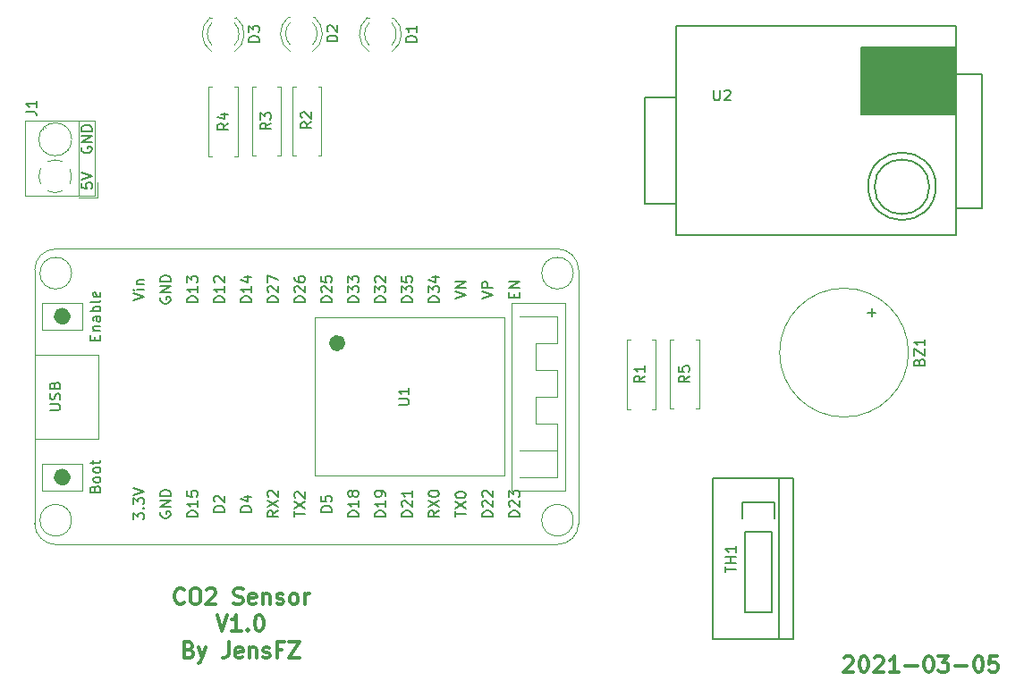
<source format=gbr>
%TF.GenerationSoftware,KiCad,Pcbnew,(5.1.9)-1*%
%TF.CreationDate,2021-03-06T00:16:47+01:00*%
%TF.ProjectId,CO2Sensor,434f3253-656e-4736-9f72-2e6b69636164,rev?*%
%TF.SameCoordinates,Original*%
%TF.FileFunction,Legend,Top*%
%TF.FilePolarity,Positive*%
%FSLAX46Y46*%
G04 Gerber Fmt 4.6, Leading zero omitted, Abs format (unit mm)*
G04 Created by KiCad (PCBNEW (5.1.9)-1) date 2021-03-06 00:16:47*
%MOMM*%
%LPD*%
G01*
G04 APERTURE LIST*
%ADD10C,0.300000*%
%ADD11C,0.150000*%
%ADD12C,0.120000*%
%ADD13C,1.000000*%
%ADD14C,0.800000*%
G04 APERTURE END LIST*
D10*
X151972285Y-124352928D02*
X152043714Y-124281500D01*
X152186571Y-124210071D01*
X152543714Y-124210071D01*
X152686571Y-124281500D01*
X152758000Y-124352928D01*
X152829428Y-124495785D01*
X152829428Y-124638642D01*
X152758000Y-124852928D01*
X151900857Y-125710071D01*
X152829428Y-125710071D01*
X153758000Y-124210071D02*
X153900857Y-124210071D01*
X154043714Y-124281500D01*
X154115142Y-124352928D01*
X154186571Y-124495785D01*
X154258000Y-124781500D01*
X154258000Y-125138642D01*
X154186571Y-125424357D01*
X154115142Y-125567214D01*
X154043714Y-125638642D01*
X153900857Y-125710071D01*
X153758000Y-125710071D01*
X153615142Y-125638642D01*
X153543714Y-125567214D01*
X153472285Y-125424357D01*
X153400857Y-125138642D01*
X153400857Y-124781500D01*
X153472285Y-124495785D01*
X153543714Y-124352928D01*
X153615142Y-124281500D01*
X153758000Y-124210071D01*
X154829428Y-124352928D02*
X154900857Y-124281500D01*
X155043714Y-124210071D01*
X155400857Y-124210071D01*
X155543714Y-124281500D01*
X155615142Y-124352928D01*
X155686571Y-124495785D01*
X155686571Y-124638642D01*
X155615142Y-124852928D01*
X154758000Y-125710071D01*
X155686571Y-125710071D01*
X157115142Y-125710071D02*
X156258000Y-125710071D01*
X156686571Y-125710071D02*
X156686571Y-124210071D01*
X156543714Y-124424357D01*
X156400857Y-124567214D01*
X156258000Y-124638642D01*
X157758000Y-125138642D02*
X158900857Y-125138642D01*
X159900857Y-124210071D02*
X160043714Y-124210071D01*
X160186571Y-124281500D01*
X160258000Y-124352928D01*
X160329428Y-124495785D01*
X160400857Y-124781500D01*
X160400857Y-125138642D01*
X160329428Y-125424357D01*
X160258000Y-125567214D01*
X160186571Y-125638642D01*
X160043714Y-125710071D01*
X159900857Y-125710071D01*
X159758000Y-125638642D01*
X159686571Y-125567214D01*
X159615142Y-125424357D01*
X159543714Y-125138642D01*
X159543714Y-124781500D01*
X159615142Y-124495785D01*
X159686571Y-124352928D01*
X159758000Y-124281500D01*
X159900857Y-124210071D01*
X160900857Y-124210071D02*
X161829428Y-124210071D01*
X161329428Y-124781500D01*
X161543714Y-124781500D01*
X161686571Y-124852928D01*
X161758000Y-124924357D01*
X161829428Y-125067214D01*
X161829428Y-125424357D01*
X161758000Y-125567214D01*
X161686571Y-125638642D01*
X161543714Y-125710071D01*
X161115142Y-125710071D01*
X160972285Y-125638642D01*
X160900857Y-125567214D01*
X162472285Y-125138642D02*
X163615142Y-125138642D01*
X164615142Y-124210071D02*
X164758000Y-124210071D01*
X164900857Y-124281500D01*
X164972285Y-124352928D01*
X165043714Y-124495785D01*
X165115142Y-124781500D01*
X165115142Y-125138642D01*
X165043714Y-125424357D01*
X164972285Y-125567214D01*
X164900857Y-125638642D01*
X164758000Y-125710071D01*
X164615142Y-125710071D01*
X164472285Y-125638642D01*
X164400857Y-125567214D01*
X164329428Y-125424357D01*
X164258000Y-125138642D01*
X164258000Y-124781500D01*
X164329428Y-124495785D01*
X164400857Y-124352928D01*
X164472285Y-124281500D01*
X164615142Y-124210071D01*
X166472285Y-124210071D02*
X165758000Y-124210071D01*
X165686571Y-124924357D01*
X165758000Y-124852928D01*
X165900857Y-124781500D01*
X166258000Y-124781500D01*
X166400857Y-124852928D01*
X166472285Y-124924357D01*
X166543714Y-125067214D01*
X166543714Y-125424357D01*
X166472285Y-125567214D01*
X166400857Y-125638642D01*
X166258000Y-125710071D01*
X165900857Y-125710071D01*
X165758000Y-125638642D01*
X165686571Y-125567214D01*
D11*
X79789400Y-75984004D02*
X79741780Y-76079242D01*
X79741780Y-76222100D01*
X79789400Y-76364957D01*
X79884638Y-76460195D01*
X79979876Y-76507814D01*
X80170352Y-76555433D01*
X80313209Y-76555433D01*
X80503685Y-76507814D01*
X80598923Y-76460195D01*
X80694161Y-76364957D01*
X80741780Y-76222100D01*
X80741780Y-76126861D01*
X80694161Y-75984004D01*
X80646542Y-75936385D01*
X80313209Y-75936385D01*
X80313209Y-76126861D01*
X80741780Y-75507814D02*
X79741780Y-75507814D01*
X80741780Y-74936385D01*
X79741780Y-74936385D01*
X80741780Y-74460195D02*
X79741780Y-74460195D01*
X79741780Y-74222100D01*
X79789400Y-74079242D01*
X79884638Y-73984004D01*
X79979876Y-73936385D01*
X80170352Y-73888766D01*
X80313209Y-73888766D01*
X80503685Y-73936385D01*
X80598923Y-73984004D01*
X80694161Y-74079242D01*
X80741780Y-74222100D01*
X80741780Y-74460195D01*
X79792580Y-79387676D02*
X79792580Y-79863866D01*
X80268771Y-79911485D01*
X80221152Y-79863866D01*
X80173533Y-79768628D01*
X80173533Y-79530533D01*
X80221152Y-79435295D01*
X80268771Y-79387676D01*
X80364009Y-79340057D01*
X80602104Y-79340057D01*
X80697342Y-79387676D01*
X80744961Y-79435295D01*
X80792580Y-79530533D01*
X80792580Y-79768628D01*
X80744961Y-79863866D01*
X80697342Y-79911485D01*
X79792580Y-79054342D02*
X80792580Y-78721009D01*
X79792580Y-78387676D01*
D10*
X89476142Y-119143714D02*
X89404714Y-119215142D01*
X89190428Y-119286571D01*
X89047571Y-119286571D01*
X88833285Y-119215142D01*
X88690428Y-119072285D01*
X88619000Y-118929428D01*
X88547571Y-118643714D01*
X88547571Y-118429428D01*
X88619000Y-118143714D01*
X88690428Y-118000857D01*
X88833285Y-117858000D01*
X89047571Y-117786571D01*
X89190428Y-117786571D01*
X89404714Y-117858000D01*
X89476142Y-117929428D01*
X90404714Y-117786571D02*
X90690428Y-117786571D01*
X90833285Y-117858000D01*
X90976142Y-118000857D01*
X91047571Y-118286571D01*
X91047571Y-118786571D01*
X90976142Y-119072285D01*
X90833285Y-119215142D01*
X90690428Y-119286571D01*
X90404714Y-119286571D01*
X90261857Y-119215142D01*
X90119000Y-119072285D01*
X90047571Y-118786571D01*
X90047571Y-118286571D01*
X90119000Y-118000857D01*
X90261857Y-117858000D01*
X90404714Y-117786571D01*
X91619000Y-117929428D02*
X91690428Y-117858000D01*
X91833285Y-117786571D01*
X92190428Y-117786571D01*
X92333285Y-117858000D01*
X92404714Y-117929428D01*
X92476142Y-118072285D01*
X92476142Y-118215142D01*
X92404714Y-118429428D01*
X91547571Y-119286571D01*
X92476142Y-119286571D01*
X94190428Y-119215142D02*
X94404714Y-119286571D01*
X94761857Y-119286571D01*
X94904714Y-119215142D01*
X94976142Y-119143714D01*
X95047571Y-119000857D01*
X95047571Y-118858000D01*
X94976142Y-118715142D01*
X94904714Y-118643714D01*
X94761857Y-118572285D01*
X94476142Y-118500857D01*
X94333285Y-118429428D01*
X94261857Y-118358000D01*
X94190428Y-118215142D01*
X94190428Y-118072285D01*
X94261857Y-117929428D01*
X94333285Y-117858000D01*
X94476142Y-117786571D01*
X94833285Y-117786571D01*
X95047571Y-117858000D01*
X96261857Y-119215142D02*
X96119000Y-119286571D01*
X95833285Y-119286571D01*
X95690428Y-119215142D01*
X95619000Y-119072285D01*
X95619000Y-118500857D01*
X95690428Y-118358000D01*
X95833285Y-118286571D01*
X96119000Y-118286571D01*
X96261857Y-118358000D01*
X96333285Y-118500857D01*
X96333285Y-118643714D01*
X95619000Y-118786571D01*
X96976142Y-118286571D02*
X96976142Y-119286571D01*
X96976142Y-118429428D02*
X97047571Y-118358000D01*
X97190428Y-118286571D01*
X97404714Y-118286571D01*
X97547571Y-118358000D01*
X97619000Y-118500857D01*
X97619000Y-119286571D01*
X98261857Y-119215142D02*
X98404714Y-119286571D01*
X98690428Y-119286571D01*
X98833285Y-119215142D01*
X98904714Y-119072285D01*
X98904714Y-119000857D01*
X98833285Y-118858000D01*
X98690428Y-118786571D01*
X98476142Y-118786571D01*
X98333285Y-118715142D01*
X98261857Y-118572285D01*
X98261857Y-118500857D01*
X98333285Y-118358000D01*
X98476142Y-118286571D01*
X98690428Y-118286571D01*
X98833285Y-118358000D01*
X99761857Y-119286571D02*
X99619000Y-119215142D01*
X99547571Y-119143714D01*
X99476142Y-119000857D01*
X99476142Y-118572285D01*
X99547571Y-118429428D01*
X99619000Y-118358000D01*
X99761857Y-118286571D01*
X99976142Y-118286571D01*
X100119000Y-118358000D01*
X100190428Y-118429428D01*
X100261857Y-118572285D01*
X100261857Y-119000857D01*
X100190428Y-119143714D01*
X100119000Y-119215142D01*
X99976142Y-119286571D01*
X99761857Y-119286571D01*
X100904714Y-119286571D02*
X100904714Y-118286571D01*
X100904714Y-118572285D02*
X100976142Y-118429428D01*
X101047571Y-118358000D01*
X101190428Y-118286571D01*
X101333285Y-118286571D01*
X92583285Y-120336571D02*
X93083285Y-121836571D01*
X93583285Y-120336571D01*
X94869000Y-121836571D02*
X94011857Y-121836571D01*
X94440428Y-121836571D02*
X94440428Y-120336571D01*
X94297571Y-120550857D01*
X94154714Y-120693714D01*
X94011857Y-120765142D01*
X95511857Y-121693714D02*
X95583285Y-121765142D01*
X95511857Y-121836571D01*
X95440428Y-121765142D01*
X95511857Y-121693714D01*
X95511857Y-121836571D01*
X96511857Y-120336571D02*
X96654714Y-120336571D01*
X96797571Y-120408000D01*
X96869000Y-120479428D01*
X96940428Y-120622285D01*
X97011857Y-120908000D01*
X97011857Y-121265142D01*
X96940428Y-121550857D01*
X96869000Y-121693714D01*
X96797571Y-121765142D01*
X96654714Y-121836571D01*
X96511857Y-121836571D01*
X96369000Y-121765142D01*
X96297571Y-121693714D01*
X96226142Y-121550857D01*
X96154714Y-121265142D01*
X96154714Y-120908000D01*
X96226142Y-120622285D01*
X96297571Y-120479428D01*
X96369000Y-120408000D01*
X96511857Y-120336571D01*
X89976142Y-123600857D02*
X90190428Y-123672285D01*
X90261857Y-123743714D01*
X90333285Y-123886571D01*
X90333285Y-124100857D01*
X90261857Y-124243714D01*
X90190428Y-124315142D01*
X90047571Y-124386571D01*
X89476142Y-124386571D01*
X89476142Y-122886571D01*
X89976142Y-122886571D01*
X90119000Y-122958000D01*
X90190428Y-123029428D01*
X90261857Y-123172285D01*
X90261857Y-123315142D01*
X90190428Y-123458000D01*
X90119000Y-123529428D01*
X89976142Y-123600857D01*
X89476142Y-123600857D01*
X90833285Y-123386571D02*
X91190428Y-124386571D01*
X91547571Y-123386571D02*
X91190428Y-124386571D01*
X91047571Y-124743714D01*
X90976142Y-124815142D01*
X90833285Y-124886571D01*
X93690428Y-122886571D02*
X93690428Y-123958000D01*
X93619000Y-124172285D01*
X93476142Y-124315142D01*
X93261857Y-124386571D01*
X93119000Y-124386571D01*
X94976142Y-124315142D02*
X94833285Y-124386571D01*
X94547571Y-124386571D01*
X94404714Y-124315142D01*
X94333285Y-124172285D01*
X94333285Y-123600857D01*
X94404714Y-123458000D01*
X94547571Y-123386571D01*
X94833285Y-123386571D01*
X94976142Y-123458000D01*
X95047571Y-123600857D01*
X95047571Y-123743714D01*
X94333285Y-123886571D01*
X95690428Y-123386571D02*
X95690428Y-124386571D01*
X95690428Y-123529428D02*
X95761857Y-123458000D01*
X95904714Y-123386571D01*
X96119000Y-123386571D01*
X96261857Y-123458000D01*
X96333285Y-123600857D01*
X96333285Y-124386571D01*
X96976142Y-124315142D02*
X97119000Y-124386571D01*
X97404714Y-124386571D01*
X97547571Y-124315142D01*
X97619000Y-124172285D01*
X97619000Y-124100857D01*
X97547571Y-123958000D01*
X97404714Y-123886571D01*
X97190428Y-123886571D01*
X97047571Y-123815142D01*
X96976142Y-123672285D01*
X96976142Y-123600857D01*
X97047571Y-123458000D01*
X97190428Y-123386571D01*
X97404714Y-123386571D01*
X97547571Y-123458000D01*
X98761857Y-123600857D02*
X98261857Y-123600857D01*
X98261857Y-124386571D02*
X98261857Y-122886571D01*
X98976142Y-122886571D01*
X99404714Y-122886571D02*
X100404714Y-122886571D01*
X99404714Y-124386571D01*
X100404714Y-124386571D01*
D12*
%TO.C,R2*%
X100077400Y-76777600D02*
X99747400Y-76777600D01*
X99747400Y-76777600D02*
X99747400Y-70237600D01*
X99747400Y-70237600D02*
X100077400Y-70237600D01*
X102157400Y-76777600D02*
X102487400Y-76777600D01*
X102487400Y-76777600D02*
X102487400Y-70237600D01*
X102487400Y-70237600D02*
X102157400Y-70237600D01*
%TO.C,D1*%
X109300300Y-63718000D02*
X109144300Y-63718000D01*
X106984300Y-63718000D02*
X106828300Y-63718000D01*
X109142908Y-66950335D02*
G75*
G03*
X109299816Y-63718000I-1078608J1672335D01*
G01*
X106985692Y-66950335D02*
G75*
G02*
X106828784Y-63718000I1078608J1672335D01*
G01*
X109144137Y-66319130D02*
G75*
G03*
X109144300Y-64237039I-1079837J1041130D01*
G01*
X106984463Y-66319130D02*
G75*
G02*
X106984300Y-64237039I1079837J1041130D01*
G01*
%TO.C,D2*%
X99504000Y-63679900D02*
X99348000Y-63679900D01*
X101820000Y-63679900D02*
X101664000Y-63679900D01*
X99504163Y-66281030D02*
G75*
G02*
X99504000Y-64198939I1079837J1041130D01*
G01*
X101663837Y-66281030D02*
G75*
G03*
X101664000Y-64198939I-1079837J1041130D01*
G01*
X99505392Y-66912235D02*
G75*
G02*
X99348484Y-63679900I1078608J1672335D01*
G01*
X101662608Y-66912235D02*
G75*
G03*
X101819516Y-63679900I-1078608J1672335D01*
G01*
%TO.C,D3*%
X94415900Y-63718000D02*
X94259900Y-63718000D01*
X92099900Y-63718000D02*
X91943900Y-63718000D01*
X94258508Y-66950335D02*
G75*
G03*
X94415416Y-63718000I-1078608J1672335D01*
G01*
X92101292Y-66950335D02*
G75*
G02*
X91944384Y-63718000I1078608J1672335D01*
G01*
X94259737Y-66319130D02*
G75*
G03*
X94259900Y-64237039I-1079837J1041130D01*
G01*
X92100063Y-66319130D02*
G75*
G02*
X92099900Y-64237039I1079837J1041130D01*
G01*
%TO.C,R4*%
X92127200Y-76841100D02*
X91797200Y-76841100D01*
X91797200Y-76841100D02*
X91797200Y-70301100D01*
X91797200Y-70301100D02*
X92127200Y-70301100D01*
X94207200Y-76841100D02*
X94537200Y-76841100D01*
X94537200Y-76841100D02*
X94537200Y-70301100D01*
X94537200Y-70301100D02*
X94207200Y-70301100D01*
%TO.C,R3*%
X98652000Y-70237600D02*
X98322000Y-70237600D01*
X98652000Y-76777600D02*
X98652000Y-70237600D01*
X98322000Y-76777600D02*
X98652000Y-76777600D01*
X95912000Y-70237600D02*
X96242000Y-70237600D01*
X95912000Y-76777600D02*
X95912000Y-70237600D01*
X96242000Y-76777600D02*
X95912000Y-76777600D01*
%TO.C,J1*%
X81279500Y-80802700D02*
X81279500Y-79302700D01*
X79539500Y-80802700D02*
X81279500Y-80802700D01*
X78193500Y-76355700D02*
X78269500Y-76431700D01*
X76099500Y-74262700D02*
X76153500Y-74316700D01*
X78404500Y-76187700D02*
X78459500Y-76241700D01*
X76289500Y-74072700D02*
X76365500Y-74148700D01*
X74419500Y-73442700D02*
X81039500Y-73442700D01*
X74419500Y-80562700D02*
X81039500Y-80562700D01*
X81039500Y-80562700D02*
X81039500Y-73442700D01*
X74419500Y-80562700D02*
X74419500Y-73442700D01*
X79479500Y-80562700D02*
X79479500Y-73442700D01*
X78834500Y-75252700D02*
G75*
G03*
X78834500Y-75252700I-1555000J0D01*
G01*
X78665015Y-78046745D02*
G75*
G02*
X78834500Y-78752700I-1385515J-705955D01*
G01*
X76573767Y-77366055D02*
G75*
G02*
X77986500Y-77366700I705733J-1386645D01*
G01*
X75892855Y-79458433D02*
G75*
G02*
X75893500Y-78045700I1386645J705733D01*
G01*
X77985233Y-80139345D02*
G75*
G02*
X76572500Y-80138700I-705733J1386645D01*
G01*
X78835181Y-78726256D02*
G75*
G02*
X78665500Y-79459700I-1555681J-26444D01*
G01*
D11*
%TO.C,U2*%
X162566500Y-64548000D02*
X136016500Y-64548000D01*
X165036500Y-81788000D02*
X162561500Y-81788000D01*
X165041500Y-69088000D02*
X165041500Y-81788000D01*
X162496500Y-69088000D02*
X165036500Y-69088000D01*
X136016500Y-71298000D02*
X133116500Y-71298000D01*
X133116500Y-71298000D02*
X133116500Y-81348000D01*
X133116500Y-81348000D02*
X136016500Y-81348000D01*
X136016500Y-64548000D02*
X136016500Y-84298000D01*
X136016500Y-84298000D02*
X162566500Y-84298000D01*
X160643062Y-79698000D02*
G75*
G03*
X160643062Y-79698000I-3201562J0D01*
G01*
X160030189Y-79748000D02*
G75*
G03*
X160030189Y-79748000I-2594345J0D01*
G01*
G36*
X153606500Y-66548000D02*
G01*
X153606500Y-72898000D01*
X162496500Y-72898000D01*
X162496500Y-66548000D01*
X153606500Y-66548000D01*
G37*
X153606500Y-66548000D02*
X153606500Y-72898000D01*
X162496500Y-72898000D01*
X162496500Y-66548000D01*
X153606500Y-66548000D01*
X162566500Y-64548000D02*
X162566500Y-84298000D01*
D13*
%TO.C,U1*%
X78234700Y-107251500D02*
G75*
G03*
X78234700Y-107251500I-300000J0D01*
G01*
X78234700Y-92011500D02*
G75*
G03*
X78234700Y-92011500I-300000J0D01*
G01*
D12*
X79839700Y-93281500D02*
X76029700Y-93281500D01*
X79839700Y-90741500D02*
X79839700Y-93281500D01*
X76029700Y-90741500D02*
X79839700Y-90741500D01*
X76029700Y-93281500D02*
X76029700Y-90741500D01*
X76029700Y-105981500D02*
X79839700Y-105981500D01*
X76029700Y-108521500D02*
X76029700Y-105981500D01*
X79839700Y-108521500D02*
X76029700Y-108521500D01*
X79839700Y-105981500D02*
X79839700Y-108521500D01*
D14*
X104369700Y-94551500D02*
G75*
G03*
X104369700Y-94551500I-400000J0D01*
G01*
D12*
X101829700Y-92131500D02*
X119829700Y-92131500D01*
X101829700Y-107131500D02*
X101829700Y-92131500D01*
X119829700Y-107131500D02*
X101829700Y-107131500D01*
X119829700Y-92131500D02*
X119829700Y-107131500D01*
X124797700Y-104711500D02*
X121241700Y-104711500D01*
X124797700Y-107251500D02*
X121241700Y-107251500D01*
X124797700Y-102171500D02*
X124797700Y-107251500D01*
X122765700Y-102171500D02*
X124797700Y-102171500D01*
X122765700Y-99631500D02*
X122765700Y-102171500D01*
X124797700Y-99631500D02*
X122765700Y-99631500D01*
X124797700Y-97091500D02*
X124797700Y-99631500D01*
X122765700Y-97091500D02*
X124797700Y-97091500D01*
X122765700Y-94551500D02*
X122765700Y-97091500D01*
X124797700Y-94551500D02*
X122765700Y-94551500D01*
X124797700Y-92011500D02*
X124797700Y-94551500D01*
X121241700Y-92011500D02*
X124797700Y-92011500D01*
X120479700Y-90741500D02*
X125559700Y-90741500D01*
X120479700Y-108521500D02*
X120479700Y-90741500D01*
X125559700Y-108521500D02*
X120479700Y-108521500D01*
X125559700Y-90741500D02*
X125559700Y-108521500D01*
X81329700Y-95631500D02*
X81329700Y-103631500D01*
X81329700Y-103631500D02*
X75329700Y-103631500D01*
X81329700Y-95631500D02*
X75329700Y-95631500D01*
X78829700Y-111331500D02*
G75*
G03*
X78829700Y-111331500I-1500000J0D01*
G01*
X78829700Y-87931500D02*
G75*
G03*
X78829700Y-87931500I-1500000J0D01*
G01*
X126829700Y-87631500D02*
X126829700Y-111631500D01*
X75329700Y-87631500D02*
X75329700Y-111631500D01*
X124829700Y-85631500D02*
X77329700Y-85631500D01*
X77329700Y-113631500D02*
X124829700Y-113631500D01*
X126329700Y-111331500D02*
G75*
G03*
X126329700Y-111331500I-1500000J0D01*
G01*
X126329700Y-87931500D02*
G75*
G03*
X126329700Y-87931500I-1500000J0D01*
G01*
X126829700Y-111631500D02*
G75*
G02*
X124829700Y-113631500I-2000000J0D01*
G01*
X124829700Y-85631500D02*
G75*
G02*
X126829700Y-87631500I0J-2000000D01*
G01*
X75329700Y-87631500D02*
G75*
G02*
X77329700Y-85631500I2000000J0D01*
G01*
X77329700Y-113631500D02*
G75*
G02*
X75329700Y-111631500I0J2000000D01*
G01*
D11*
%TO.C,TH1*%
X142557500Y-112445800D02*
X145097500Y-112445800D01*
X142557500Y-120065800D02*
X142557500Y-112445800D01*
X145097500Y-120065800D02*
X142557500Y-120065800D01*
X145097500Y-112445800D02*
X145097500Y-120065800D01*
X142303500Y-109651800D02*
X142303500Y-111175800D01*
X145351500Y-109651800D02*
X142303500Y-109651800D01*
X145351500Y-111175800D02*
X145351500Y-109651800D01*
X139527500Y-107365800D02*
X139527500Y-122605800D01*
X147127500Y-107365800D02*
X139527500Y-107365800D01*
X147127500Y-122605800D02*
X139527500Y-122605800D01*
X147127500Y-107365800D02*
X147127500Y-122605800D01*
X145827500Y-107365800D02*
X145827500Y-122605800D01*
D12*
%TO.C,R1*%
X131725800Y-100793300D02*
X131395800Y-100793300D01*
X131395800Y-100793300D02*
X131395800Y-94253300D01*
X131395800Y-94253300D02*
X131725800Y-94253300D01*
X133805800Y-100793300D02*
X134135800Y-100793300D01*
X134135800Y-100793300D02*
X134135800Y-94253300D01*
X134135800Y-94253300D02*
X133805800Y-94253300D01*
%TO.C,BZ1*%
X158055500Y-95455900D02*
G75*
G03*
X158055500Y-95455900I-6100000J0D01*
G01*
%TO.C,R5*%
X135497900Y-100742500D02*
X135827900Y-100742500D01*
X135497900Y-94202500D02*
X135497900Y-100742500D01*
X135827900Y-94202500D02*
X135497900Y-94202500D01*
X138237900Y-100742500D02*
X137907900Y-100742500D01*
X138237900Y-94202500D02*
X138237900Y-100742500D01*
X137907900Y-94202500D02*
X138237900Y-94202500D01*
%TO.C,R2*%
D11*
X101531680Y-73610766D02*
X101055490Y-73944100D01*
X101531680Y-74182195D02*
X100531680Y-74182195D01*
X100531680Y-73801242D01*
X100579300Y-73706004D01*
X100626919Y-73658385D01*
X100722157Y-73610766D01*
X100865014Y-73610766D01*
X100960252Y-73658385D01*
X101007871Y-73706004D01*
X101055490Y-73801242D01*
X101055490Y-74182195D01*
X100626919Y-73229814D02*
X100579300Y-73182195D01*
X100531680Y-73086957D01*
X100531680Y-72848861D01*
X100579300Y-72753623D01*
X100626919Y-72706004D01*
X100722157Y-72658385D01*
X100817395Y-72658385D01*
X100960252Y-72706004D01*
X101531680Y-73277433D01*
X101531680Y-72658385D01*
%TO.C,D1*%
X111476680Y-66016095D02*
X110476680Y-66016095D01*
X110476680Y-65778000D01*
X110524300Y-65635142D01*
X110619538Y-65539904D01*
X110714776Y-65492285D01*
X110905252Y-65444666D01*
X111048109Y-65444666D01*
X111238585Y-65492285D01*
X111333823Y-65539904D01*
X111429061Y-65635142D01*
X111476680Y-65778000D01*
X111476680Y-66016095D01*
X111476680Y-64492285D02*
X111476680Y-65063714D01*
X111476680Y-64778000D02*
X110476680Y-64778000D01*
X110619538Y-64873238D01*
X110714776Y-64968476D01*
X110762395Y-65063714D01*
%TO.C,D2*%
X103996380Y-65977995D02*
X102996380Y-65977995D01*
X102996380Y-65739900D01*
X103044000Y-65597042D01*
X103139238Y-65501804D01*
X103234476Y-65454185D01*
X103424952Y-65406566D01*
X103567809Y-65406566D01*
X103758285Y-65454185D01*
X103853523Y-65501804D01*
X103948761Y-65597042D01*
X103996380Y-65739900D01*
X103996380Y-65977995D01*
X103091619Y-65025614D02*
X103044000Y-64977995D01*
X102996380Y-64882757D01*
X102996380Y-64644661D01*
X103044000Y-64549423D01*
X103091619Y-64501804D01*
X103186857Y-64454185D01*
X103282095Y-64454185D01*
X103424952Y-64501804D01*
X103996380Y-65073233D01*
X103996380Y-64454185D01*
%TO.C,D3*%
X96592280Y-66016095D02*
X95592280Y-66016095D01*
X95592280Y-65778000D01*
X95639900Y-65635142D01*
X95735138Y-65539904D01*
X95830376Y-65492285D01*
X96020852Y-65444666D01*
X96163709Y-65444666D01*
X96354185Y-65492285D01*
X96449423Y-65539904D01*
X96544661Y-65635142D01*
X96592280Y-65778000D01*
X96592280Y-66016095D01*
X95592280Y-65111333D02*
X95592280Y-64492285D01*
X95973233Y-64825619D01*
X95973233Y-64682761D01*
X96020852Y-64587523D01*
X96068471Y-64539904D01*
X96163709Y-64492285D01*
X96401804Y-64492285D01*
X96497042Y-64539904D01*
X96544661Y-64587523D01*
X96592280Y-64682761D01*
X96592280Y-64968476D01*
X96544661Y-65063714D01*
X96497042Y-65111333D01*
%TO.C,R4*%
X93657680Y-73737766D02*
X93181490Y-74071100D01*
X93657680Y-74309195D02*
X92657680Y-74309195D01*
X92657680Y-73928242D01*
X92705300Y-73833004D01*
X92752919Y-73785385D01*
X92848157Y-73737766D01*
X92991014Y-73737766D01*
X93086252Y-73785385D01*
X93133871Y-73833004D01*
X93181490Y-73928242D01*
X93181490Y-74309195D01*
X92991014Y-72880623D02*
X93657680Y-72880623D01*
X92610061Y-73118719D02*
X93324347Y-73356814D01*
X93324347Y-72737766D01*
%TO.C,R3*%
X97708980Y-73699666D02*
X97232790Y-74033000D01*
X97708980Y-74271095D02*
X96708980Y-74271095D01*
X96708980Y-73890142D01*
X96756600Y-73794904D01*
X96804219Y-73747285D01*
X96899457Y-73699666D01*
X97042314Y-73699666D01*
X97137552Y-73747285D01*
X97185171Y-73794904D01*
X97232790Y-73890142D01*
X97232790Y-74271095D01*
X96708980Y-73366333D02*
X96708980Y-72747285D01*
X97089933Y-73080619D01*
X97089933Y-72937761D01*
X97137552Y-72842523D01*
X97185171Y-72794904D01*
X97280409Y-72747285D01*
X97518504Y-72747285D01*
X97613742Y-72794904D01*
X97661361Y-72842523D01*
X97708980Y-72937761D01*
X97708980Y-73223476D01*
X97661361Y-73318714D01*
X97613742Y-73366333D01*
%TO.C,J1*%
X74522080Y-72621733D02*
X75236366Y-72621733D01*
X75379223Y-72669352D01*
X75474461Y-72764590D01*
X75522080Y-72907447D01*
X75522080Y-73002685D01*
X75522080Y-71621733D02*
X75522080Y-72193161D01*
X75522080Y-71907447D02*
X74522080Y-71907447D01*
X74664938Y-72002685D01*
X74760176Y-72097923D01*
X74807795Y-72193161D01*
%TO.C,U2*%
X139636595Y-70572380D02*
X139636595Y-71381904D01*
X139684214Y-71477142D01*
X139731833Y-71524761D01*
X139827071Y-71572380D01*
X140017547Y-71572380D01*
X140112785Y-71524761D01*
X140160404Y-71477142D01*
X140208023Y-71381904D01*
X140208023Y-70572380D01*
X140636595Y-70667619D02*
X140684214Y-70620000D01*
X140779452Y-70572380D01*
X141017547Y-70572380D01*
X141112785Y-70620000D01*
X141160404Y-70667619D01*
X141208023Y-70762857D01*
X141208023Y-70858095D01*
X141160404Y-71000952D01*
X140588976Y-71572380D01*
X141208023Y-71572380D01*
%TO.C,U1*%
X109772080Y-100393404D02*
X110581604Y-100393404D01*
X110676842Y-100345785D01*
X110724461Y-100298166D01*
X110772080Y-100202928D01*
X110772080Y-100012452D01*
X110724461Y-99917214D01*
X110676842Y-99869595D01*
X110581604Y-99821976D01*
X109772080Y-99821976D01*
X110772080Y-98821976D02*
X110772080Y-99393404D01*
X110772080Y-99107690D02*
X109772080Y-99107690D01*
X109914938Y-99202928D01*
X110010176Y-99298166D01*
X110057795Y-99393404D01*
X76752080Y-100893404D02*
X77561604Y-100893404D01*
X77656842Y-100845785D01*
X77704461Y-100798166D01*
X77752080Y-100702928D01*
X77752080Y-100512452D01*
X77704461Y-100417214D01*
X77656842Y-100369595D01*
X77561604Y-100321976D01*
X76752080Y-100321976D01*
X77704461Y-99893404D02*
X77752080Y-99750547D01*
X77752080Y-99512452D01*
X77704461Y-99417214D01*
X77656842Y-99369595D01*
X77561604Y-99321976D01*
X77466366Y-99321976D01*
X77371128Y-99369595D01*
X77323509Y-99417214D01*
X77275890Y-99512452D01*
X77228271Y-99702928D01*
X77180652Y-99798166D01*
X77133033Y-99845785D01*
X77037795Y-99893404D01*
X76942557Y-99893404D01*
X76847319Y-99845785D01*
X76799700Y-99798166D01*
X76752080Y-99702928D01*
X76752080Y-99464833D01*
X76799700Y-99321976D01*
X77228271Y-98560071D02*
X77275890Y-98417214D01*
X77323509Y-98369595D01*
X77418747Y-98321976D01*
X77561604Y-98321976D01*
X77656842Y-98369595D01*
X77704461Y-98417214D01*
X77752080Y-98512452D01*
X77752080Y-98893404D01*
X76752080Y-98893404D01*
X76752080Y-98560071D01*
X76799700Y-98464833D01*
X76847319Y-98417214D01*
X76942557Y-98369595D01*
X77037795Y-98369595D01*
X77133033Y-98417214D01*
X77180652Y-98464833D01*
X77228271Y-98560071D01*
X77228271Y-98893404D01*
X81038271Y-108370547D02*
X81085890Y-108227690D01*
X81133509Y-108180071D01*
X81228747Y-108132452D01*
X81371604Y-108132452D01*
X81466842Y-108180071D01*
X81514461Y-108227690D01*
X81562080Y-108322928D01*
X81562080Y-108703880D01*
X80562080Y-108703880D01*
X80562080Y-108370547D01*
X80609700Y-108275309D01*
X80657319Y-108227690D01*
X80752557Y-108180071D01*
X80847795Y-108180071D01*
X80943033Y-108227690D01*
X80990652Y-108275309D01*
X81038271Y-108370547D01*
X81038271Y-108703880D01*
X81562080Y-107561023D02*
X81514461Y-107656261D01*
X81466842Y-107703880D01*
X81371604Y-107751500D01*
X81085890Y-107751500D01*
X80990652Y-107703880D01*
X80943033Y-107656261D01*
X80895414Y-107561023D01*
X80895414Y-107418166D01*
X80943033Y-107322928D01*
X80990652Y-107275309D01*
X81085890Y-107227690D01*
X81371604Y-107227690D01*
X81466842Y-107275309D01*
X81514461Y-107322928D01*
X81562080Y-107418166D01*
X81562080Y-107561023D01*
X81562080Y-106656261D02*
X81514461Y-106751500D01*
X81466842Y-106799119D01*
X81371604Y-106846738D01*
X81085890Y-106846738D01*
X80990652Y-106799119D01*
X80943033Y-106751500D01*
X80895414Y-106656261D01*
X80895414Y-106513404D01*
X80943033Y-106418166D01*
X80990652Y-106370547D01*
X81085890Y-106322928D01*
X81371604Y-106322928D01*
X81466842Y-106370547D01*
X81514461Y-106418166D01*
X81562080Y-106513404D01*
X81562080Y-106656261D01*
X80895414Y-106037214D02*
X80895414Y-105656261D01*
X80562080Y-105894357D02*
X81419223Y-105894357D01*
X81514461Y-105846738D01*
X81562080Y-105751500D01*
X81562080Y-105656261D01*
X81038271Y-94273404D02*
X81038271Y-93940071D01*
X81562080Y-93797214D02*
X81562080Y-94273404D01*
X80562080Y-94273404D01*
X80562080Y-93797214D01*
X80895414Y-93368642D02*
X81562080Y-93368642D01*
X80990652Y-93368642D02*
X80943033Y-93321023D01*
X80895414Y-93225785D01*
X80895414Y-93082928D01*
X80943033Y-92987690D01*
X81038271Y-92940071D01*
X81562080Y-92940071D01*
X81562080Y-92035309D02*
X81038271Y-92035309D01*
X80943033Y-92082928D01*
X80895414Y-92178166D01*
X80895414Y-92368642D01*
X80943033Y-92463880D01*
X81514461Y-92035309D02*
X81562080Y-92130547D01*
X81562080Y-92368642D01*
X81514461Y-92463880D01*
X81419223Y-92511500D01*
X81323985Y-92511500D01*
X81228747Y-92463880D01*
X81181128Y-92368642D01*
X81181128Y-92130547D01*
X81133509Y-92035309D01*
X81562080Y-91559119D02*
X80562080Y-91559119D01*
X80943033Y-91559119D02*
X80895414Y-91463880D01*
X80895414Y-91273404D01*
X80943033Y-91178166D01*
X80990652Y-91130547D01*
X81085890Y-91082928D01*
X81371604Y-91082928D01*
X81466842Y-91130547D01*
X81514461Y-91178166D01*
X81562080Y-91273404D01*
X81562080Y-91463880D01*
X81514461Y-91559119D01*
X81562080Y-90511500D02*
X81514461Y-90606738D01*
X81419223Y-90654357D01*
X80562080Y-90654357D01*
X81514461Y-89749595D02*
X81562080Y-89844833D01*
X81562080Y-90035309D01*
X81514461Y-90130547D01*
X81419223Y-90178166D01*
X81038271Y-90178166D01*
X80943033Y-90130547D01*
X80895414Y-90035309D01*
X80895414Y-89844833D01*
X80943033Y-89749595D01*
X81038271Y-89701976D01*
X81133509Y-89701976D01*
X81228747Y-90178166D01*
X84682080Y-111267690D02*
X84682080Y-110648642D01*
X85063033Y-110981976D01*
X85063033Y-110839119D01*
X85110652Y-110743880D01*
X85158271Y-110696261D01*
X85253509Y-110648642D01*
X85491604Y-110648642D01*
X85586842Y-110696261D01*
X85634461Y-110743880D01*
X85682080Y-110839119D01*
X85682080Y-111124833D01*
X85634461Y-111220071D01*
X85586842Y-111267690D01*
X85586842Y-110220071D02*
X85634461Y-110172452D01*
X85682080Y-110220071D01*
X85634461Y-110267690D01*
X85586842Y-110220071D01*
X85682080Y-110220071D01*
X84682080Y-109839119D02*
X84682080Y-109220071D01*
X85063033Y-109553404D01*
X85063033Y-109410547D01*
X85110652Y-109315309D01*
X85158271Y-109267690D01*
X85253509Y-109220071D01*
X85491604Y-109220071D01*
X85586842Y-109267690D01*
X85634461Y-109315309D01*
X85682080Y-109410547D01*
X85682080Y-109696261D01*
X85634461Y-109791500D01*
X85586842Y-109839119D01*
X84682080Y-108934357D02*
X85682080Y-108601023D01*
X84682080Y-108267690D01*
X87269700Y-110553404D02*
X87222080Y-110648642D01*
X87222080Y-110791500D01*
X87269700Y-110934357D01*
X87364938Y-111029595D01*
X87460176Y-111077214D01*
X87650652Y-111124833D01*
X87793509Y-111124833D01*
X87983985Y-111077214D01*
X88079223Y-111029595D01*
X88174461Y-110934357D01*
X88222080Y-110791500D01*
X88222080Y-110696261D01*
X88174461Y-110553404D01*
X88126842Y-110505785D01*
X87793509Y-110505785D01*
X87793509Y-110696261D01*
X88222080Y-110077214D02*
X87222080Y-110077214D01*
X88222080Y-109505785D01*
X87222080Y-109505785D01*
X88222080Y-109029595D02*
X87222080Y-109029595D01*
X87222080Y-108791500D01*
X87269700Y-108648642D01*
X87364938Y-108553404D01*
X87460176Y-108505785D01*
X87650652Y-108458166D01*
X87793509Y-108458166D01*
X87983985Y-108505785D01*
X88079223Y-108553404D01*
X88174461Y-108648642D01*
X88222080Y-108791500D01*
X88222080Y-109029595D01*
X90762080Y-111005785D02*
X89762080Y-111005785D01*
X89762080Y-110767690D01*
X89809700Y-110624833D01*
X89904938Y-110529595D01*
X90000176Y-110481976D01*
X90190652Y-110434357D01*
X90333509Y-110434357D01*
X90523985Y-110481976D01*
X90619223Y-110529595D01*
X90714461Y-110624833D01*
X90762080Y-110767690D01*
X90762080Y-111005785D01*
X90762080Y-109481976D02*
X90762080Y-110053404D01*
X90762080Y-109767690D02*
X89762080Y-109767690D01*
X89904938Y-109862928D01*
X90000176Y-109958166D01*
X90047795Y-110053404D01*
X89762080Y-108577214D02*
X89762080Y-109053404D01*
X90238271Y-109101023D01*
X90190652Y-109053404D01*
X90143033Y-108958166D01*
X90143033Y-108720071D01*
X90190652Y-108624833D01*
X90238271Y-108577214D01*
X90333509Y-108529595D01*
X90571604Y-108529595D01*
X90666842Y-108577214D01*
X90714461Y-108624833D01*
X90762080Y-108720071D01*
X90762080Y-108958166D01*
X90714461Y-109053404D01*
X90666842Y-109101023D01*
X93302080Y-110529595D02*
X92302080Y-110529595D01*
X92302080Y-110291500D01*
X92349700Y-110148642D01*
X92444938Y-110053404D01*
X92540176Y-110005785D01*
X92730652Y-109958166D01*
X92873509Y-109958166D01*
X93063985Y-110005785D01*
X93159223Y-110053404D01*
X93254461Y-110148642D01*
X93302080Y-110291500D01*
X93302080Y-110529595D01*
X92397319Y-109577214D02*
X92349700Y-109529595D01*
X92302080Y-109434357D01*
X92302080Y-109196261D01*
X92349700Y-109101023D01*
X92397319Y-109053404D01*
X92492557Y-109005785D01*
X92587795Y-109005785D01*
X92730652Y-109053404D01*
X93302080Y-109624833D01*
X93302080Y-109005785D01*
X95842080Y-110529595D02*
X94842080Y-110529595D01*
X94842080Y-110291500D01*
X94889700Y-110148642D01*
X94984938Y-110053404D01*
X95080176Y-110005785D01*
X95270652Y-109958166D01*
X95413509Y-109958166D01*
X95603985Y-110005785D01*
X95699223Y-110053404D01*
X95794461Y-110148642D01*
X95842080Y-110291500D01*
X95842080Y-110529595D01*
X95175414Y-109101023D02*
X95842080Y-109101023D01*
X94794461Y-109339119D02*
X95508747Y-109577214D01*
X95508747Y-108958166D01*
X98382080Y-110434357D02*
X97905890Y-110767690D01*
X98382080Y-111005785D02*
X97382080Y-111005785D01*
X97382080Y-110624833D01*
X97429700Y-110529595D01*
X97477319Y-110481976D01*
X97572557Y-110434357D01*
X97715414Y-110434357D01*
X97810652Y-110481976D01*
X97858271Y-110529595D01*
X97905890Y-110624833D01*
X97905890Y-111005785D01*
X97382080Y-110101023D02*
X98382080Y-109434357D01*
X97382080Y-109434357D02*
X98382080Y-110101023D01*
X97477319Y-109101023D02*
X97429700Y-109053404D01*
X97382080Y-108958166D01*
X97382080Y-108720071D01*
X97429700Y-108624833D01*
X97477319Y-108577214D01*
X97572557Y-108529595D01*
X97667795Y-108529595D01*
X97810652Y-108577214D01*
X98382080Y-109148642D01*
X98382080Y-108529595D01*
X99922080Y-111029595D02*
X99922080Y-110458166D01*
X100922080Y-110743880D02*
X99922080Y-110743880D01*
X99922080Y-110220071D02*
X100922080Y-109553404D01*
X99922080Y-109553404D02*
X100922080Y-110220071D01*
X100017319Y-109220071D02*
X99969700Y-109172452D01*
X99922080Y-109077214D01*
X99922080Y-108839119D01*
X99969700Y-108743880D01*
X100017319Y-108696261D01*
X100112557Y-108648642D01*
X100207795Y-108648642D01*
X100350652Y-108696261D01*
X100922080Y-109267690D01*
X100922080Y-108648642D01*
X103462080Y-110529595D02*
X102462080Y-110529595D01*
X102462080Y-110291500D01*
X102509700Y-110148642D01*
X102604938Y-110053404D01*
X102700176Y-110005785D01*
X102890652Y-109958166D01*
X103033509Y-109958166D01*
X103223985Y-110005785D01*
X103319223Y-110053404D01*
X103414461Y-110148642D01*
X103462080Y-110291500D01*
X103462080Y-110529595D01*
X102462080Y-109053404D02*
X102462080Y-109529595D01*
X102938271Y-109577214D01*
X102890652Y-109529595D01*
X102843033Y-109434357D01*
X102843033Y-109196261D01*
X102890652Y-109101023D01*
X102938271Y-109053404D01*
X103033509Y-109005785D01*
X103271604Y-109005785D01*
X103366842Y-109053404D01*
X103414461Y-109101023D01*
X103462080Y-109196261D01*
X103462080Y-109434357D01*
X103414461Y-109529595D01*
X103366842Y-109577214D01*
X106002080Y-111005785D02*
X105002080Y-111005785D01*
X105002080Y-110767690D01*
X105049700Y-110624833D01*
X105144938Y-110529595D01*
X105240176Y-110481976D01*
X105430652Y-110434357D01*
X105573509Y-110434357D01*
X105763985Y-110481976D01*
X105859223Y-110529595D01*
X105954461Y-110624833D01*
X106002080Y-110767690D01*
X106002080Y-111005785D01*
X106002080Y-109481976D02*
X106002080Y-110053404D01*
X106002080Y-109767690D02*
X105002080Y-109767690D01*
X105144938Y-109862928D01*
X105240176Y-109958166D01*
X105287795Y-110053404D01*
X105430652Y-108910547D02*
X105383033Y-109005785D01*
X105335414Y-109053404D01*
X105240176Y-109101023D01*
X105192557Y-109101023D01*
X105097319Y-109053404D01*
X105049700Y-109005785D01*
X105002080Y-108910547D01*
X105002080Y-108720071D01*
X105049700Y-108624833D01*
X105097319Y-108577214D01*
X105192557Y-108529595D01*
X105240176Y-108529595D01*
X105335414Y-108577214D01*
X105383033Y-108624833D01*
X105430652Y-108720071D01*
X105430652Y-108910547D01*
X105478271Y-109005785D01*
X105525890Y-109053404D01*
X105621128Y-109101023D01*
X105811604Y-109101023D01*
X105906842Y-109053404D01*
X105954461Y-109005785D01*
X106002080Y-108910547D01*
X106002080Y-108720071D01*
X105954461Y-108624833D01*
X105906842Y-108577214D01*
X105811604Y-108529595D01*
X105621128Y-108529595D01*
X105525890Y-108577214D01*
X105478271Y-108624833D01*
X105430652Y-108720071D01*
X108542080Y-111005785D02*
X107542080Y-111005785D01*
X107542080Y-110767690D01*
X107589700Y-110624833D01*
X107684938Y-110529595D01*
X107780176Y-110481976D01*
X107970652Y-110434357D01*
X108113509Y-110434357D01*
X108303985Y-110481976D01*
X108399223Y-110529595D01*
X108494461Y-110624833D01*
X108542080Y-110767690D01*
X108542080Y-111005785D01*
X108542080Y-109481976D02*
X108542080Y-110053404D01*
X108542080Y-109767690D02*
X107542080Y-109767690D01*
X107684938Y-109862928D01*
X107780176Y-109958166D01*
X107827795Y-110053404D01*
X108542080Y-109005785D02*
X108542080Y-108815309D01*
X108494461Y-108720071D01*
X108446842Y-108672452D01*
X108303985Y-108577214D01*
X108113509Y-108529595D01*
X107732557Y-108529595D01*
X107637319Y-108577214D01*
X107589700Y-108624833D01*
X107542080Y-108720071D01*
X107542080Y-108910547D01*
X107589700Y-109005785D01*
X107637319Y-109053404D01*
X107732557Y-109101023D01*
X107970652Y-109101023D01*
X108065890Y-109053404D01*
X108113509Y-109005785D01*
X108161128Y-108910547D01*
X108161128Y-108720071D01*
X108113509Y-108624833D01*
X108065890Y-108577214D01*
X107970652Y-108529595D01*
X111082080Y-111005785D02*
X110082080Y-111005785D01*
X110082080Y-110767690D01*
X110129700Y-110624833D01*
X110224938Y-110529595D01*
X110320176Y-110481976D01*
X110510652Y-110434357D01*
X110653509Y-110434357D01*
X110843985Y-110481976D01*
X110939223Y-110529595D01*
X111034461Y-110624833D01*
X111082080Y-110767690D01*
X111082080Y-111005785D01*
X110177319Y-110053404D02*
X110129700Y-110005785D01*
X110082080Y-109910547D01*
X110082080Y-109672452D01*
X110129700Y-109577214D01*
X110177319Y-109529595D01*
X110272557Y-109481976D01*
X110367795Y-109481976D01*
X110510652Y-109529595D01*
X111082080Y-110101023D01*
X111082080Y-109481976D01*
X111082080Y-108529595D02*
X111082080Y-109101023D01*
X111082080Y-108815309D02*
X110082080Y-108815309D01*
X110224938Y-108910547D01*
X110320176Y-109005785D01*
X110367795Y-109101023D01*
X113622080Y-110434357D02*
X113145890Y-110767690D01*
X113622080Y-111005785D02*
X112622080Y-111005785D01*
X112622080Y-110624833D01*
X112669700Y-110529595D01*
X112717319Y-110481976D01*
X112812557Y-110434357D01*
X112955414Y-110434357D01*
X113050652Y-110481976D01*
X113098271Y-110529595D01*
X113145890Y-110624833D01*
X113145890Y-111005785D01*
X112622080Y-110101023D02*
X113622080Y-109434357D01*
X112622080Y-109434357D02*
X113622080Y-110101023D01*
X112622080Y-108862928D02*
X112622080Y-108767690D01*
X112669700Y-108672452D01*
X112717319Y-108624833D01*
X112812557Y-108577214D01*
X113003033Y-108529595D01*
X113241128Y-108529595D01*
X113431604Y-108577214D01*
X113526842Y-108624833D01*
X113574461Y-108672452D01*
X113622080Y-108767690D01*
X113622080Y-108862928D01*
X113574461Y-108958166D01*
X113526842Y-109005785D01*
X113431604Y-109053404D01*
X113241128Y-109101023D01*
X113003033Y-109101023D01*
X112812557Y-109053404D01*
X112717319Y-109005785D01*
X112669700Y-108958166D01*
X112622080Y-108862928D01*
X115162080Y-111029595D02*
X115162080Y-110458166D01*
X116162080Y-110743880D02*
X115162080Y-110743880D01*
X115162080Y-110220071D02*
X116162080Y-109553404D01*
X115162080Y-109553404D02*
X116162080Y-110220071D01*
X115162080Y-108981976D02*
X115162080Y-108886738D01*
X115209700Y-108791500D01*
X115257319Y-108743880D01*
X115352557Y-108696261D01*
X115543033Y-108648642D01*
X115781128Y-108648642D01*
X115971604Y-108696261D01*
X116066842Y-108743880D01*
X116114461Y-108791500D01*
X116162080Y-108886738D01*
X116162080Y-108981976D01*
X116114461Y-109077214D01*
X116066842Y-109124833D01*
X115971604Y-109172452D01*
X115781128Y-109220071D01*
X115543033Y-109220071D01*
X115352557Y-109172452D01*
X115257319Y-109124833D01*
X115209700Y-109077214D01*
X115162080Y-108981976D01*
X118702080Y-111005785D02*
X117702080Y-111005785D01*
X117702080Y-110767690D01*
X117749700Y-110624833D01*
X117844938Y-110529595D01*
X117940176Y-110481976D01*
X118130652Y-110434357D01*
X118273509Y-110434357D01*
X118463985Y-110481976D01*
X118559223Y-110529595D01*
X118654461Y-110624833D01*
X118702080Y-110767690D01*
X118702080Y-111005785D01*
X117797319Y-110053404D02*
X117749700Y-110005785D01*
X117702080Y-109910547D01*
X117702080Y-109672452D01*
X117749700Y-109577214D01*
X117797319Y-109529595D01*
X117892557Y-109481976D01*
X117987795Y-109481976D01*
X118130652Y-109529595D01*
X118702080Y-110101023D01*
X118702080Y-109481976D01*
X117797319Y-109101023D02*
X117749700Y-109053404D01*
X117702080Y-108958166D01*
X117702080Y-108720071D01*
X117749700Y-108624833D01*
X117797319Y-108577214D01*
X117892557Y-108529595D01*
X117987795Y-108529595D01*
X118130652Y-108577214D01*
X118702080Y-109148642D01*
X118702080Y-108529595D01*
X121242080Y-111005785D02*
X120242080Y-111005785D01*
X120242080Y-110767690D01*
X120289700Y-110624833D01*
X120384938Y-110529595D01*
X120480176Y-110481976D01*
X120670652Y-110434357D01*
X120813509Y-110434357D01*
X121003985Y-110481976D01*
X121099223Y-110529595D01*
X121194461Y-110624833D01*
X121242080Y-110767690D01*
X121242080Y-111005785D01*
X120337319Y-110053404D02*
X120289700Y-110005785D01*
X120242080Y-109910547D01*
X120242080Y-109672452D01*
X120289700Y-109577214D01*
X120337319Y-109529595D01*
X120432557Y-109481976D01*
X120527795Y-109481976D01*
X120670652Y-109529595D01*
X121242080Y-110101023D01*
X121242080Y-109481976D01*
X120242080Y-109148642D02*
X120242080Y-108529595D01*
X120623033Y-108862928D01*
X120623033Y-108720071D01*
X120670652Y-108624833D01*
X120718271Y-108577214D01*
X120813509Y-108529595D01*
X121051604Y-108529595D01*
X121146842Y-108577214D01*
X121194461Y-108624833D01*
X121242080Y-108720071D01*
X121242080Y-109005785D01*
X121194461Y-109101023D01*
X121146842Y-109148642D01*
X84682080Y-90495309D02*
X85682080Y-90161976D01*
X84682080Y-89828642D01*
X85682080Y-89495309D02*
X85015414Y-89495309D01*
X84682080Y-89495309D02*
X84729700Y-89542928D01*
X84777319Y-89495309D01*
X84729700Y-89447690D01*
X84682080Y-89495309D01*
X84777319Y-89495309D01*
X85015414Y-89019119D02*
X85682080Y-89019119D01*
X85110652Y-89019119D02*
X85063033Y-88971500D01*
X85015414Y-88876261D01*
X85015414Y-88733404D01*
X85063033Y-88638166D01*
X85158271Y-88590547D01*
X85682080Y-88590547D01*
X87269700Y-90233404D02*
X87222080Y-90328642D01*
X87222080Y-90471500D01*
X87269700Y-90614357D01*
X87364938Y-90709595D01*
X87460176Y-90757214D01*
X87650652Y-90804833D01*
X87793509Y-90804833D01*
X87983985Y-90757214D01*
X88079223Y-90709595D01*
X88174461Y-90614357D01*
X88222080Y-90471500D01*
X88222080Y-90376261D01*
X88174461Y-90233404D01*
X88126842Y-90185785D01*
X87793509Y-90185785D01*
X87793509Y-90376261D01*
X88222080Y-89757214D02*
X87222080Y-89757214D01*
X88222080Y-89185785D01*
X87222080Y-89185785D01*
X88222080Y-88709595D02*
X87222080Y-88709595D01*
X87222080Y-88471500D01*
X87269700Y-88328642D01*
X87364938Y-88233404D01*
X87460176Y-88185785D01*
X87650652Y-88138166D01*
X87793509Y-88138166D01*
X87983985Y-88185785D01*
X88079223Y-88233404D01*
X88174461Y-88328642D01*
X88222080Y-88471500D01*
X88222080Y-88709595D01*
X90762080Y-90685785D02*
X89762080Y-90685785D01*
X89762080Y-90447690D01*
X89809700Y-90304833D01*
X89904938Y-90209595D01*
X90000176Y-90161976D01*
X90190652Y-90114357D01*
X90333509Y-90114357D01*
X90523985Y-90161976D01*
X90619223Y-90209595D01*
X90714461Y-90304833D01*
X90762080Y-90447690D01*
X90762080Y-90685785D01*
X90762080Y-89161976D02*
X90762080Y-89733404D01*
X90762080Y-89447690D02*
X89762080Y-89447690D01*
X89904938Y-89542928D01*
X90000176Y-89638166D01*
X90047795Y-89733404D01*
X89762080Y-88828642D02*
X89762080Y-88209595D01*
X90143033Y-88542928D01*
X90143033Y-88400071D01*
X90190652Y-88304833D01*
X90238271Y-88257214D01*
X90333509Y-88209595D01*
X90571604Y-88209595D01*
X90666842Y-88257214D01*
X90714461Y-88304833D01*
X90762080Y-88400071D01*
X90762080Y-88685785D01*
X90714461Y-88781023D01*
X90666842Y-88828642D01*
X93302080Y-90685785D02*
X92302080Y-90685785D01*
X92302080Y-90447690D01*
X92349700Y-90304833D01*
X92444938Y-90209595D01*
X92540176Y-90161976D01*
X92730652Y-90114357D01*
X92873509Y-90114357D01*
X93063985Y-90161976D01*
X93159223Y-90209595D01*
X93254461Y-90304833D01*
X93302080Y-90447690D01*
X93302080Y-90685785D01*
X93302080Y-89161976D02*
X93302080Y-89733404D01*
X93302080Y-89447690D02*
X92302080Y-89447690D01*
X92444938Y-89542928D01*
X92540176Y-89638166D01*
X92587795Y-89733404D01*
X92397319Y-88781023D02*
X92349700Y-88733404D01*
X92302080Y-88638166D01*
X92302080Y-88400071D01*
X92349700Y-88304833D01*
X92397319Y-88257214D01*
X92492557Y-88209595D01*
X92587795Y-88209595D01*
X92730652Y-88257214D01*
X93302080Y-88828642D01*
X93302080Y-88209595D01*
X95842080Y-90685785D02*
X94842080Y-90685785D01*
X94842080Y-90447690D01*
X94889700Y-90304833D01*
X94984938Y-90209595D01*
X95080176Y-90161976D01*
X95270652Y-90114357D01*
X95413509Y-90114357D01*
X95603985Y-90161976D01*
X95699223Y-90209595D01*
X95794461Y-90304833D01*
X95842080Y-90447690D01*
X95842080Y-90685785D01*
X95842080Y-89161976D02*
X95842080Y-89733404D01*
X95842080Y-89447690D02*
X94842080Y-89447690D01*
X94984938Y-89542928D01*
X95080176Y-89638166D01*
X95127795Y-89733404D01*
X95175414Y-88304833D02*
X95842080Y-88304833D01*
X94794461Y-88542928D02*
X95508747Y-88781023D01*
X95508747Y-88161976D01*
X98382080Y-90685785D02*
X97382080Y-90685785D01*
X97382080Y-90447690D01*
X97429700Y-90304833D01*
X97524938Y-90209595D01*
X97620176Y-90161976D01*
X97810652Y-90114357D01*
X97953509Y-90114357D01*
X98143985Y-90161976D01*
X98239223Y-90209595D01*
X98334461Y-90304833D01*
X98382080Y-90447690D01*
X98382080Y-90685785D01*
X97477319Y-89733404D02*
X97429700Y-89685785D01*
X97382080Y-89590547D01*
X97382080Y-89352452D01*
X97429700Y-89257214D01*
X97477319Y-89209595D01*
X97572557Y-89161976D01*
X97667795Y-89161976D01*
X97810652Y-89209595D01*
X98382080Y-89781023D01*
X98382080Y-89161976D01*
X97382080Y-88828642D02*
X97382080Y-88161976D01*
X98382080Y-88590547D01*
X100922080Y-90685785D02*
X99922080Y-90685785D01*
X99922080Y-90447690D01*
X99969700Y-90304833D01*
X100064938Y-90209595D01*
X100160176Y-90161976D01*
X100350652Y-90114357D01*
X100493509Y-90114357D01*
X100683985Y-90161976D01*
X100779223Y-90209595D01*
X100874461Y-90304833D01*
X100922080Y-90447690D01*
X100922080Y-90685785D01*
X100017319Y-89733404D02*
X99969700Y-89685785D01*
X99922080Y-89590547D01*
X99922080Y-89352452D01*
X99969700Y-89257214D01*
X100017319Y-89209595D01*
X100112557Y-89161976D01*
X100207795Y-89161976D01*
X100350652Y-89209595D01*
X100922080Y-89781023D01*
X100922080Y-89161976D01*
X99922080Y-88304833D02*
X99922080Y-88495309D01*
X99969700Y-88590547D01*
X100017319Y-88638166D01*
X100160176Y-88733404D01*
X100350652Y-88781023D01*
X100731604Y-88781023D01*
X100826842Y-88733404D01*
X100874461Y-88685785D01*
X100922080Y-88590547D01*
X100922080Y-88400071D01*
X100874461Y-88304833D01*
X100826842Y-88257214D01*
X100731604Y-88209595D01*
X100493509Y-88209595D01*
X100398271Y-88257214D01*
X100350652Y-88304833D01*
X100303033Y-88400071D01*
X100303033Y-88590547D01*
X100350652Y-88685785D01*
X100398271Y-88733404D01*
X100493509Y-88781023D01*
X103462080Y-90685785D02*
X102462080Y-90685785D01*
X102462080Y-90447690D01*
X102509700Y-90304833D01*
X102604938Y-90209595D01*
X102700176Y-90161976D01*
X102890652Y-90114357D01*
X103033509Y-90114357D01*
X103223985Y-90161976D01*
X103319223Y-90209595D01*
X103414461Y-90304833D01*
X103462080Y-90447690D01*
X103462080Y-90685785D01*
X102557319Y-89733404D02*
X102509700Y-89685785D01*
X102462080Y-89590547D01*
X102462080Y-89352452D01*
X102509700Y-89257214D01*
X102557319Y-89209595D01*
X102652557Y-89161976D01*
X102747795Y-89161976D01*
X102890652Y-89209595D01*
X103462080Y-89781023D01*
X103462080Y-89161976D01*
X102462080Y-88257214D02*
X102462080Y-88733404D01*
X102938271Y-88781023D01*
X102890652Y-88733404D01*
X102843033Y-88638166D01*
X102843033Y-88400071D01*
X102890652Y-88304833D01*
X102938271Y-88257214D01*
X103033509Y-88209595D01*
X103271604Y-88209595D01*
X103366842Y-88257214D01*
X103414461Y-88304833D01*
X103462080Y-88400071D01*
X103462080Y-88638166D01*
X103414461Y-88733404D01*
X103366842Y-88781023D01*
X106002080Y-90685785D02*
X105002080Y-90685785D01*
X105002080Y-90447690D01*
X105049700Y-90304833D01*
X105144938Y-90209595D01*
X105240176Y-90161976D01*
X105430652Y-90114357D01*
X105573509Y-90114357D01*
X105763985Y-90161976D01*
X105859223Y-90209595D01*
X105954461Y-90304833D01*
X106002080Y-90447690D01*
X106002080Y-90685785D01*
X105002080Y-89781023D02*
X105002080Y-89161976D01*
X105383033Y-89495309D01*
X105383033Y-89352452D01*
X105430652Y-89257214D01*
X105478271Y-89209595D01*
X105573509Y-89161976D01*
X105811604Y-89161976D01*
X105906842Y-89209595D01*
X105954461Y-89257214D01*
X106002080Y-89352452D01*
X106002080Y-89638166D01*
X105954461Y-89733404D01*
X105906842Y-89781023D01*
X105002080Y-88828642D02*
X105002080Y-88209595D01*
X105383033Y-88542928D01*
X105383033Y-88400071D01*
X105430652Y-88304833D01*
X105478271Y-88257214D01*
X105573509Y-88209595D01*
X105811604Y-88209595D01*
X105906842Y-88257214D01*
X105954461Y-88304833D01*
X106002080Y-88400071D01*
X106002080Y-88685785D01*
X105954461Y-88781023D01*
X105906842Y-88828642D01*
X108542080Y-90685785D02*
X107542080Y-90685785D01*
X107542080Y-90447690D01*
X107589700Y-90304833D01*
X107684938Y-90209595D01*
X107780176Y-90161976D01*
X107970652Y-90114357D01*
X108113509Y-90114357D01*
X108303985Y-90161976D01*
X108399223Y-90209595D01*
X108494461Y-90304833D01*
X108542080Y-90447690D01*
X108542080Y-90685785D01*
X107542080Y-89781023D02*
X107542080Y-89161976D01*
X107923033Y-89495309D01*
X107923033Y-89352452D01*
X107970652Y-89257214D01*
X108018271Y-89209595D01*
X108113509Y-89161976D01*
X108351604Y-89161976D01*
X108446842Y-89209595D01*
X108494461Y-89257214D01*
X108542080Y-89352452D01*
X108542080Y-89638166D01*
X108494461Y-89733404D01*
X108446842Y-89781023D01*
X107637319Y-88781023D02*
X107589700Y-88733404D01*
X107542080Y-88638166D01*
X107542080Y-88400071D01*
X107589700Y-88304833D01*
X107637319Y-88257214D01*
X107732557Y-88209595D01*
X107827795Y-88209595D01*
X107970652Y-88257214D01*
X108542080Y-88828642D01*
X108542080Y-88209595D01*
X111082080Y-90685785D02*
X110082080Y-90685785D01*
X110082080Y-90447690D01*
X110129700Y-90304833D01*
X110224938Y-90209595D01*
X110320176Y-90161976D01*
X110510652Y-90114357D01*
X110653509Y-90114357D01*
X110843985Y-90161976D01*
X110939223Y-90209595D01*
X111034461Y-90304833D01*
X111082080Y-90447690D01*
X111082080Y-90685785D01*
X110082080Y-89781023D02*
X110082080Y-89161976D01*
X110463033Y-89495309D01*
X110463033Y-89352452D01*
X110510652Y-89257214D01*
X110558271Y-89209595D01*
X110653509Y-89161976D01*
X110891604Y-89161976D01*
X110986842Y-89209595D01*
X111034461Y-89257214D01*
X111082080Y-89352452D01*
X111082080Y-89638166D01*
X111034461Y-89733404D01*
X110986842Y-89781023D01*
X110082080Y-88257214D02*
X110082080Y-88733404D01*
X110558271Y-88781023D01*
X110510652Y-88733404D01*
X110463033Y-88638166D01*
X110463033Y-88400071D01*
X110510652Y-88304833D01*
X110558271Y-88257214D01*
X110653509Y-88209595D01*
X110891604Y-88209595D01*
X110986842Y-88257214D01*
X111034461Y-88304833D01*
X111082080Y-88400071D01*
X111082080Y-88638166D01*
X111034461Y-88733404D01*
X110986842Y-88781023D01*
X113622080Y-90685785D02*
X112622080Y-90685785D01*
X112622080Y-90447690D01*
X112669700Y-90304833D01*
X112764938Y-90209595D01*
X112860176Y-90161976D01*
X113050652Y-90114357D01*
X113193509Y-90114357D01*
X113383985Y-90161976D01*
X113479223Y-90209595D01*
X113574461Y-90304833D01*
X113622080Y-90447690D01*
X113622080Y-90685785D01*
X112622080Y-89781023D02*
X112622080Y-89161976D01*
X113003033Y-89495309D01*
X113003033Y-89352452D01*
X113050652Y-89257214D01*
X113098271Y-89209595D01*
X113193509Y-89161976D01*
X113431604Y-89161976D01*
X113526842Y-89209595D01*
X113574461Y-89257214D01*
X113622080Y-89352452D01*
X113622080Y-89638166D01*
X113574461Y-89733404D01*
X113526842Y-89781023D01*
X112955414Y-88304833D02*
X113622080Y-88304833D01*
X112574461Y-88542928D02*
X113288747Y-88781023D01*
X113288747Y-88161976D01*
X115162080Y-90328642D02*
X116162080Y-89995309D01*
X115162080Y-89661976D01*
X116162080Y-89328642D02*
X115162080Y-89328642D01*
X116162080Y-88757214D01*
X115162080Y-88757214D01*
X117702080Y-90304833D02*
X118702080Y-89971500D01*
X117702080Y-89638166D01*
X118702080Y-89304833D02*
X117702080Y-89304833D01*
X117702080Y-88923880D01*
X117749700Y-88828642D01*
X117797319Y-88781023D01*
X117892557Y-88733404D01*
X118035414Y-88733404D01*
X118130652Y-88781023D01*
X118178271Y-88828642D01*
X118225890Y-88923880D01*
X118225890Y-89304833D01*
X120718271Y-90209595D02*
X120718271Y-89876261D01*
X121242080Y-89733404D02*
X121242080Y-90209595D01*
X120242080Y-90209595D01*
X120242080Y-89733404D01*
X121242080Y-89304833D02*
X120242080Y-89304833D01*
X121242080Y-88733404D01*
X120242080Y-88733404D01*
%TO.C,TH1*%
X140739880Y-116271514D02*
X140739880Y-115700085D01*
X141739880Y-115985800D02*
X140739880Y-115985800D01*
X141739880Y-115366752D02*
X140739880Y-115366752D01*
X141216071Y-115366752D02*
X141216071Y-114795323D01*
X141739880Y-114795323D02*
X140739880Y-114795323D01*
X141739880Y-113795323D02*
X141739880Y-114366752D01*
X141739880Y-114081038D02*
X140739880Y-114081038D01*
X140882738Y-114176276D01*
X140977976Y-114271514D01*
X141025595Y-114366752D01*
%TO.C,R1*%
X133103880Y-97664566D02*
X132627690Y-97997900D01*
X133103880Y-98235995D02*
X132103880Y-98235995D01*
X132103880Y-97855042D01*
X132151500Y-97759804D01*
X132199119Y-97712185D01*
X132294357Y-97664566D01*
X132437214Y-97664566D01*
X132532452Y-97712185D01*
X132580071Y-97759804D01*
X132627690Y-97855042D01*
X132627690Y-98235995D01*
X133103880Y-96712185D02*
X133103880Y-97283614D01*
X133103880Y-96997900D02*
X132103880Y-96997900D01*
X132246738Y-97093138D01*
X132341976Y-97188376D01*
X132389595Y-97283614D01*
%TO.C,BZ1*%
X159084071Y-96336852D02*
X159131690Y-96193995D01*
X159179309Y-96146376D01*
X159274547Y-96098757D01*
X159417404Y-96098757D01*
X159512642Y-96146376D01*
X159560261Y-96193995D01*
X159607880Y-96289233D01*
X159607880Y-96670185D01*
X158607880Y-96670185D01*
X158607880Y-96336852D01*
X158655500Y-96241614D01*
X158703119Y-96193995D01*
X158798357Y-96146376D01*
X158893595Y-96146376D01*
X158988833Y-96193995D01*
X159036452Y-96241614D01*
X159084071Y-96336852D01*
X159084071Y-96670185D01*
X158607880Y-95765423D02*
X158607880Y-95098757D01*
X159607880Y-95765423D01*
X159607880Y-95098757D01*
X159607880Y-94193995D02*
X159607880Y-94765423D01*
X159607880Y-94479709D02*
X158607880Y-94479709D01*
X158750738Y-94574947D01*
X158845976Y-94670185D01*
X158893595Y-94765423D01*
X154566928Y-92026852D02*
X154566928Y-91264947D01*
X154947880Y-91645900D02*
X154185976Y-91645900D01*
%TO.C,R5*%
X137307580Y-97664566D02*
X136831390Y-97997900D01*
X137307580Y-98235995D02*
X136307580Y-98235995D01*
X136307580Y-97855042D01*
X136355200Y-97759804D01*
X136402819Y-97712185D01*
X136498057Y-97664566D01*
X136640914Y-97664566D01*
X136736152Y-97712185D01*
X136783771Y-97759804D01*
X136831390Y-97855042D01*
X136831390Y-98235995D01*
X136307580Y-96759804D02*
X136307580Y-97235995D01*
X136783771Y-97283614D01*
X136736152Y-97235995D01*
X136688533Y-97140757D01*
X136688533Y-96902661D01*
X136736152Y-96807423D01*
X136783771Y-96759804D01*
X136879009Y-96712185D01*
X137117104Y-96712185D01*
X137212342Y-96759804D01*
X137259961Y-96807423D01*
X137307580Y-96902661D01*
X137307580Y-97140757D01*
X137259961Y-97235995D01*
X137212342Y-97283614D01*
%TD*%
M02*

</source>
